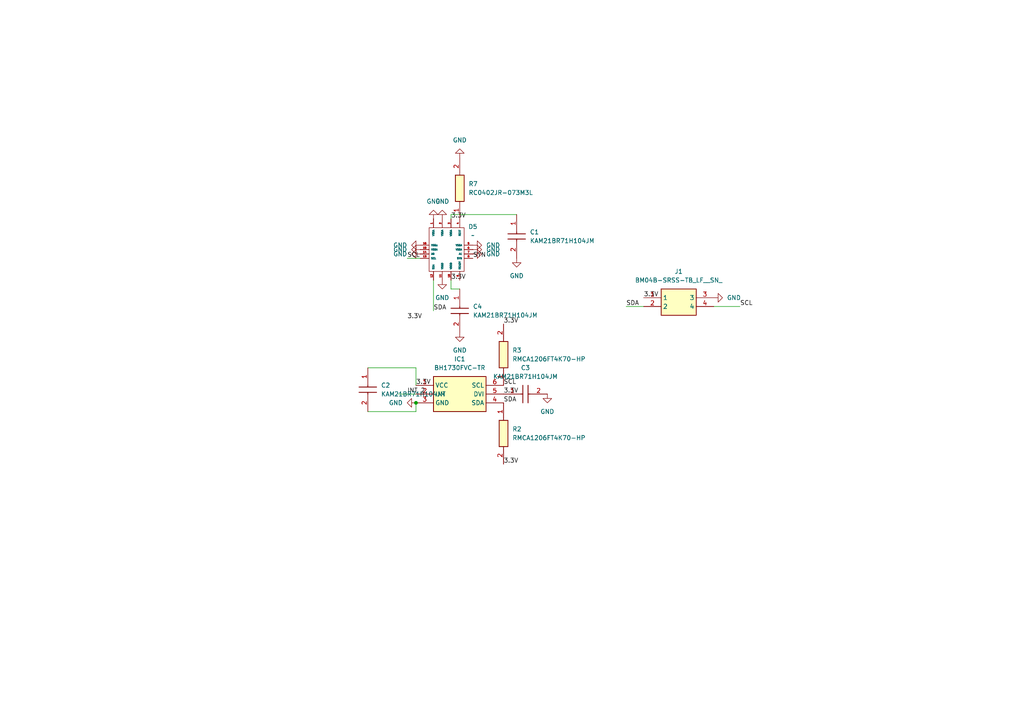
<source format=kicad_sch>
(kicad_sch (version 20250114) (generator "eeschema") (generator_version "9.0")
  (paper "A4")
  (lib_symbols
    (symbol "CUSTOM_SYMBOL:AS7331-AQFM"
      (property "Reference" "D" (at 0 0 0))
      (symbol "AS7331-AQFM_0_0"
        (pin unspecified line (at -7.62 -6.35 0) (length 2.54) (name "VSSa") (number "16"))
        (pin unspecified line (at -7.62 -7.62 0) (length 2.54) (name "VSSA") (number "15"))
        (pin unspecified line (at -7.62 -8.89 0) (length 2.54) (name "A0") (number "14"))
        (pin unspecified line (at -7.62 -10.16 0) (length 2.54) (name "SCL") (number "13"))
        (pin unspecified line (at -3.81 -16.51 90) (length 2.54) (name "SDA") (number "12"))
        (pin unspecified line (at -1.27 -16.51 90) (length 2.54) (name "VSSD") (number "11"))
        (pin unspecified line (at 1.27 -16.51 90) (length 2.54) (name "VDDD") (number "10"))
        (pin unspecified line (at 3.81 -16.51 90) (length 2.54) (name "READY") (number "9"))
        (pin unspecified line (at 7.62 -7.62 180) (length 2.54) (name "VSSA") (number "6"))
        (pin unspecified line (at 7.62 -8.89 180) (length 2.54) (name "A1") (number "7"))
        (pin unspecified line (at 7.62 -10.16 180) (length 2.54) (name "SYN") (number "8"))
      )
      (symbol "AS7331-AQFM_0_1"
        (rectangle (start -5.08 -1.27) (end 5.08 -13.97))
      )
      (symbol "AS7331-AQFM_1_0"
        (pin unspecified line (at -3.81 1.27 270) (length 2.54) (name "VSSA") (number "1"))
        (pin unspecified line (at -1.27 1.27 270) (length 2.54) (name "VSSA") (number "2"))
        (pin unspecified line (at 1.27 1.27 270) (length 2.54) (name "VDDA") (number "3"))
        (pin unspecified line (at 3.81 1.27 270) (length 2.54) (name "REXT") (number "4"))
        (pin unspecified line (at 7.62 -6.35 180) (length 2.54) (name "VSSA") (number "5"))
      )
    )
    (symbol "CUSTOM_SYMBOL:BH1730FVC-TR"
      (property "Reference" "IC" (at 21.59 7.62 0))
      (property "Value" "BH1730FVC-TR" (at 21.59 5.08 0))
      (symbol "BH1730FVC-TR_1_1"
        (rectangle (start 5.08 2.54) (end 20.32 -7.62) (stroke (width 0.254)) (fill (type background)))
        (pin passive line (at 0 0 0) (length 5.08) (name "VCC") (number "1"))
        (pin passive line (at 0 -2.54 0) (length 5.08) (name "INT") (number "2"))
        (pin passive line (at 0 -5.08 0) (length 5.08) (name "GND") (number "3"))
        (pin passive line (at 25.4 0 180) (length 5.08) (name "SCL") (number "6"))
        (pin passive line (at 25.4 -2.54 180) (length 5.08) (name "DVI") (number "5"))
        (pin passive line (at 25.4 -5.08 180) (length 5.08) (name "SDA") (number "4"))
      )
    )
    (symbol "CUSTOM_SYMBOL:BM04B-SRSS-TB_LF__SN_"
      (property "Reference" "J" (at 16.51 7.62 0))
      (property "Value" "BM04B-SRSS-TB_LF__SN_" (at 16.51 5.08 0))
      (symbol "BM04B-SRSS-TB_LF__SN__1_1"
        (rectangle (start 5.08 2.54) (end 15.24 -5.08) (stroke (width 0.254)) (fill (type background)))
        (pin passive line (at 0 0 0) (length 5.08) (name "1") (number "1"))
        (pin passive line (at 0 -2.54 0) (length 5.08) (name "2") (number "2"))
        (pin passive line (at 20.32 0 180) (length 5.08) (name "3") (number "3"))
        (pin passive line (at 20.32 -2.54 180) (length 5.08) (name "4") (number "4"))
      )
    )
    (symbol "CUSTOM_SYMBOL:KAM21BR71H104JM" (pin_names (hide yes))
      (property "Reference" "C" (at 8.89 6.35 0))
      (property "Value" "KAM21BR71H104JM" (at 8.89 3.81 0))
      (symbol "KAM21BR71H104JM_1_1"
        (polyline (pts (xy 5.08 0) (xy 5.588 0)) (stroke (width 0.254)))
        (polyline (pts (xy 5.588 2.54) (xy 5.588 -2.54)) (stroke (width 0.254)))
        (polyline (pts (xy 7.112 2.54) (xy 7.112 -2.54)) (stroke (width 0.254)))
        (polyline (pts (xy 7.112 0) (xy 7.62 0)) (stroke (width 0.254)))
        (pin passive line (at 0 0 0) (length 5.08) (name "1") (number "1"))
        (pin passive line (at 12.7 0 180) (length 5.08) (name "2") (number "2"))
      )
    )
    (symbol "CUSTOM_SYMBOL:RC0402JR-073M3L" (pin_names (hide yes))
      (property "Reference" "R" (at 13.97 6.35 0))
      (property "Value" "RC0402JR-073M3L" (at 13.97 3.81 0))
      (symbol "RC0402JR-073M3L_1_1"
        (rectangle (start 5.08 1.27) (end 12.7 -1.27) (stroke (width 0.254)) (fill (type background)))
        (pin passive line (at 0 0 0) (length 5.08) (name "1") (number "1"))
        (pin passive line (at 17.78 0 180) (length 5.08) (name "2") (number "2"))
      )
    )
    (symbol "CUSTOM_SYMBOL:RMCA1206FT4K70-HP" (pin_names (hide yes))
      (property "Reference" "R" (at 13.97 6.35 0))
      (property "Value" "RMCA1206FT4K70-HP" (at 13.97 3.81 0))
      (symbol "RMCA1206FT4K70-HP_1_1"
        (rectangle (start 5.08 1.27) (end 12.7 -1.27) (stroke (width 0.254)) (fill (type background)))
        (pin passive line (at 0 0 0) (length 5.08) (name "1") (number "1"))
        (pin passive line (at 17.78 0 180) (length 5.08) (name "2") (number "2"))
      )
    )
    (symbol "power:GND" (power) (pin_numbers (hide yes)) (pin_names (offset 0) (hide yes))
      (property "Value" "GND" (at 0 -3.81 0))
      (symbol "GND_0_1"
        (polyline (pts (xy 0 0) (xy 0 -1.27) (xy 1.27 -1.27) (xy 0 -2.54) (xy -1.27 -1.27) (xy 0 -1.27)))
      )
      (symbol "GND_1_1"
        (pin power_in line (at 0 0 270) (length 0) (name "~") (number "1"))
      )
    )
  )
  (junction (at 120.65 116.84))
  (wire (pts (xy 207.01 88.9) (xy 214.63 88.9)))
  (wire (pts (xy 130.81 83.82) (xy 130.81 81.28)))
  (wire (pts (xy 115.57 114.3) (xy 120.65 114.3)))
  (wire (pts (xy 125.73 81.28) (xy 125.73 90.17)))
  (wire (pts (xy 120.65 106.68) (xy 120.65 111.76)))
  (wire (pts (xy 106.68 119.38) (xy 120.65 119.38)))
  (wire (pts (xy 186.69 88.9) (xy 181.61 88.9)))
  (wire (pts (xy 106.68 106.68) (xy 120.65 106.68)))
  (wire (pts (xy 149.86 62.23) (xy 130.81 62.23)))
  (wire (pts (xy 120.65 119.38) (xy 120.65 116.84)))
  (wire (pts (xy 133.35 83.82) (xy 130.81 83.82)))
  (wire (pts (xy 118.11 74.93) (xy 121.92 74.93)))
  (wire (pts (xy 130.81 62.23) (xy 130.81 63.5)))
  (label "SCL" (at 146.05 111.76 0))
  (label "3.3V" (at 120.65 111.76 0))
  (label "3.3V" (at 146.05 93.98 0))
  (label "3.3V" (at 146.05 134.62 0))
  (label "3.3V" (at 186.69 86.36 0))
  (label "SCL" (at 214.63 88.9 0))
  (label "3.3V" (at 130.81 63.5 0))
  (label "3.3V" (at 118.11 92.71 0))
  (label "SYN" (at 137.16 74.93 0))
  (label "3.3V" (at 146.05 114.3 0))
  (label "SDA" (at 125.73 90.17 0))
  (label "INT 2" (at 118.11 114.3 0))
  (label "SDA" (at 146.05 116.84 0))
  (label "SCL" (at 118.11 74.93 0))
  (label "3.3V" (at 130.81 81.28 0))
  (label "SDA" (at 181.61 88.9 0))
  (symbol (lib_id "power:GND") (at 158.75 114.3 0) (unit 1)
    (property "Reference" "#PWR09" (effects (hide yes)))
    (property "Value" "GND" (at 158.75 119.38 0))
    (property "Description" "Power symbol creates a global label with name \"GND\" , ground" (effects (hide yes)))
  )
  (symbol (lib_id "CUSTOM_SYMBOL:RMCA1206FT4K70-HP") (at 146.05 116.84 270) (unit 1)
    (property "Reference" "R2" (at 148.59 124.4599 90) (effects (justify left)))
    (property "Value" "RMCA1206FT4K70-HP" (at 148.59 126.9999 90) (effects (justify left)))
    (property "Footprint" "CUSTOM_LIBRARY:RMCA1206FT4K70-HP" (effects (hide yes)))
    (property "Datasheet" "http://industrial.panasonic.com/cdbs/www-data/pdf/RDQ0000/ast-ind-151033.pdf" (effects (hide yes)))
    (property "Description" "3.3M ohm resistor SMD" (effects (hide yes)))
    (property "Height" "0.7" (effects (hide yes)))
    (property "Manufacturer_Name" "Panasonic" (effects (hide yes)))
    (property "Manufacturer_Part_Number" "ERJHP6J821V" (effects (hide yes)))
  )
  (symbol (lib_id "power:GND") (at 121.92 72.39 270) (unit 1)
    (property "Reference" "#PWR014" (effects (hide yes)))
    (property "Value" "GND" (at 118.11 72.3899 90) (effects (justify right)))
    (property "Description" "Power symbol creates a global label with name \"GND\" , ground" (effects (hide yes)))
  )
  (symbol (lib_id "power:GND") (at 137.16 73.66 90) (unit 1)
    (property "Reference" "#PWR010" (effects (hide yes)))
    (property "Value" "GND" (at 140.97 73.6599 90) (effects (justify right)))
    (property "Description" "Power symbol creates a global label with name \"GND\" , ground" (effects (hide yes)))
  )
  (symbol (lib_id "power:GND") (at 120.65 116.84 270) (unit 1)
    (property "Reference" "#PWR01" (effects (hide yes)))
    (property "Value" "GND" (at 116.84 116.8399 90) (effects (justify right)))
    (property "Description" "Power symbol creates a global label with name \"GND\" , ground" (effects (hide yes)))
  )
  (symbol (lib_id "power:GND") (at 149.86 74.93 0) (unit 1)
    (property "Reference" "#PWR06" (effects (hide yes)))
    (property "Value" "GND" (at 149.86 80.01 0))
    (property "Description" "Power symbol creates a global label with name \"GND\" , ground" (effects (hide yes)))
  )
  (symbol (lib_id "power:GND") (at 121.92 73.66 270) (unit 1)
    (property "Reference" "#PWR015" (effects (hide yes)))
    (property "Value" "GND" (at 118.11 73.6599 90) (effects (justify right)))
    (property "Description" "Power symbol creates a global label with name \"GND\" , ground" (effects (hide yes)))
  )
  (symbol (lib_id "CUSTOM_SYMBOL:BH1730FVC-TR") (at 120.65 111.76 0) (unit 1)
    (property "Reference" "IC1" (at 133.35 104.14 0))
    (property "Value" "BH1730FVC-TR" (at 133.35 106.68 0))
    (property "Footprint" "WSOF6" (effects (hide yes)))
    (property "Datasheet" "https://fscdn.rohm.com/en/products/databook/datasheet/ic/sensor/light/bh1730fvc-e.pdf" (effects (hide yes)))
    (property "Description" "Optical Sensor Ambient 600nm IC 6-SMD, Flat Lead Exposed Pad,	 -40C ~ 85C." (effects (hide yes)))
    (property "Mouser Part Number" "755-BH1730FVC-TR" (effects (hide yes)))
    (property "Mouser Price/Stock" "https://www.mouser.co.uk/ProductDetail/ROHM-Semiconductor/BH1730FVC-TR?qs=IsRgwgmxh694EktSNe0Rpg%3D%3D" (effects (hide yes)))
    (property "Manufacturer_Name" "ROHM Semiconductor" (effects (hide yes)))
    (property "Manufacturer_Part_Number" "BH1730FVC-TR" (effects (hide yes)))
  )
  (symbol (lib_id "CUSTOM_SYMBOL:RMCA1206FT4K70-HP") (at 146.05 111.76 90) (unit 1)
    (property "Reference" "R3" (at 148.59 101.5999 90) (effects (justify right)))
    (property "Value" "RMCA1206FT4K70-HP" (at 148.59 104.1399 90) (effects (justify right)))
    (property "Footprint" "CUSTOM_LIBRARY:RMCA1206FT4K70-HP" (effects (hide yes)))
    (property "Datasheet" "http://industrial.panasonic.com/cdbs/www-data/pdf/RDQ0000/ast-ind-151033.pdf" (effects (hide yes)))
    (property "Description" "3.3M ohm resistor SMD" (effects (hide yes)))
    (property "Height" "0.7" (effects (hide yes)))
    (property "Manufacturer_Name" "Panasonic" (effects (hide yes)))
    (property "Manufacturer_Part_Number" "ERJHP6J821V" (effects (hide yes)))
  )
  (symbol (lib_id "power:GND") (at 137.16 71.12 90) (unit 1)
    (property "Reference" "#PWR04" (effects (hide yes)))
    (property "Value" "GND" (at 140.97 71.1199 90) (effects (justify right)))
    (property "Description" "Power symbol creates a global label with name \"GND\" , ground" (effects (hide yes)))
  )
  (symbol (lib_id "power:GND") (at 121.92 71.12 270) (unit 1)
    (property "Reference" "#PWR013" (effects (hide yes)))
    (property "Value" "GND" (at 118.11 71.1199 90) (effects (justify right)))
    (property "Description" "Power symbol creates a global label with name \"GND\" , ground" (effects (hide yes)))
  )
  (symbol (lib_id "CUSTOM_SYMBOL:AS7331-AQFM") (at 129.54 64.77 0) (unit 1)
    (property "Reference" "D5" (at 137.16 65.7476 0))
    (property "Value" "~" (at 137.16 68.2876 0))
    (property "Footprint" "CUSTOM_LIBRARY:AS7331-AQFM" (effects (hide yes)))
  )
  (symbol (lib_id "power:GND") (at 133.35 45.72 180) (unit 1)
    (property "Reference" "#PWR018" (effects (hide yes)))
    (property "Value" "GND" (at 133.35 40.64 0))
    (property "Description" "Power symbol creates a global label with name \"GND\" , ground" (effects (hide yes)))
  )
  (symbol (lib_id "CUSTOM_SYMBOL:KAM21BR71H104JM") (at 146.05 114.3 0) (unit 1)
    (property "Reference" "C3" (at 152.4 106.68 0))
    (property "Value" "KAM21BR71H104JM" (at 152.4 109.22 0))
    (property "Footprint" "CAPC2012X94N" (effects (hide yes)))
    (property "Datasheet" "https://www.mouser.dk/ProductDetail/KYOCERA-AVX/KAM21BR71H104JM?qs=sGAEpiMZZMuMW9TJLBQkXqLYvz3DzaXfcS9olcxY6vM%3D" (effects (hide yes)))
    (property "Description" "Multilayer Ceramic Capacitors MLCC - SMD/SMT 50V 0.1uF X7R 0805 5% AEC-Q200" (effects (hide yes)))
    (property "Height" "0.94" (effects (hide yes)))
    (property "Mouser Part Number" "581-KAM21BR71H104JM" (effects (hide yes)))
    (property "Mouser Price/Stock" "https://www.mouser.co.uk/ProductDetail/KYOCERA-AVX/KAM21BR71H104JM?qs=Jm2GQyTW%2FbjKdz3nqUKYQg%3D%3D" (effects (hide yes)))
    (property "Manufacturer_Name" "Kyocera AVX" (effects (hide yes)))
    (property "Manufacturer_Part_Number" "KAM21BR71H104JM" (effects (hide yes)))
  )
  (symbol (lib_id "CUSTOM_SYMBOL:BM04B-SRSS-TB_LF__SN_") (at 186.69 86.36 0) (unit 1)
    (property "Reference" "J1" (at 196.85 78.74 0))
    (property "Value" "BM04B-SRSS-TB_LF__SN_" (at 196.85 81.28 0))
    (property "Footprint" "BM04B-SRSS-TB_LFSN_" (effects (hide yes)))
    (property "Datasheet" "http://www.jst.fr/core/file.get?path=doc/jst/family/pdf/eSH.pdf" (effects (hide yes)))
    (property "Description" "JST (JAPAN SOLDERLESS TERMINALS) - BM04B-SRSS-TB(LF)(SN) - HEADER, TOP ENTRY, 4WAY" (effects (hide yes)))
    (property "Manufacturer_Name" "JST (JAPAN SOLDERLESS TERMINALS)" (effects (hide yes)))
    (property "Manufacturer_Part_Number" "BM04B-SRSS-TB(LF)(SN)" (effects (hide yes)))
  )
  (symbol (lib_id "power:GND") (at 128.27 63.5 180) (unit 1)
    (property "Reference" "#PWR03" (effects (hide yes)))
    (property "Value" "GND" (at 128.27 58.42 0))
    (property "Description" "Power symbol creates a global label with name \"GND\" , ground" (effects (hide yes)))
  )
  (symbol (lib_id "power:GND") (at 128.27 81.28 0) (unit 1)
    (property "Reference" "#PWR02" (effects (hide yes)))
    (property "Value" "GND" (at 128.27 86.36 0))
    (property "Description" "Power symbol creates a global label with name \"GND\" , ground" (effects (hide yes)))
  )
  (symbol (lib_id "CUSTOM_SYMBOL:KAM21BR71H104JM") (at 149.86 62.23 270) (unit 1)
    (property "Reference" "C1" (at 153.67 67.3099 90) (effects (justify left)))
    (property "Value" "KAM21BR71H104JM" (at 153.67 69.8499 90) (effects (justify left)))
    (property "Footprint" "CAPC2012X94N" (effects (hide yes)))
    (property "Datasheet" "https://www.mouser.dk/ProductDetail/KYOCERA-AVX/KAM21BR71H104JM?qs=sGAEpiMZZMuMW9TJLBQkXqLYvz3DzaXfcS9olcxY6vM%3D" (effects (hide yes)))
    (property "Description" "Multilayer Ceramic Capacitors MLCC - SMD/SMT 50V 0.1uF X7R 0805 5% AEC-Q200" (effects (hide yes)))
    (property "Height" "0.94" (effects (hide yes)))
    (property "Mouser Part Number" "581-KAM21BR71H104JM" (effects (hide yes)))
    (property "Mouser Price/Stock" "https://www.mouser.co.uk/ProductDetail/KYOCERA-AVX/KAM21BR71H104JM?qs=Jm2GQyTW%2FbjKdz3nqUKYQg%3D%3D" (effects (hide yes)))
    (property "Manufacturer_Name" "Kyocera AVX" (effects (hide yes)))
    (property "Manufacturer_Part_Number" "KAM21BR71H104JM" (effects (hide yes)))
  )
  (symbol (lib_id "power:GND") (at 133.35 96.52 0) (unit 1)
    (property "Reference" "#PWR08" (effects (hide yes)))
    (property "Value" "GND" (at 133.35 101.6 0))
    (property "Description" "Power symbol creates a global label with name \"GND\" , ground" (effects (hide yes)))
  )
  (symbol (lib_id "CUSTOM_SYMBOL:KAM21BR71H104JM") (at 106.68 106.68 270) (unit 1)
    (property "Reference" "C2" (at 110.49 111.7599 90) (effects (justify left)))
    (property "Value" "KAM21BR71H104JM" (at 110.49 114.2999 90) (effects (justify left)))
    (property "Footprint" "CAPC2012X94N" (effects (hide yes)))
    (property "Datasheet" "https://www.mouser.dk/ProductDetail/KYOCERA-AVX/KAM21BR71H104JM?qs=sGAEpiMZZMuMW9TJLBQkXqLYvz3DzaXfcS9olcxY6vM%3D" (effects (hide yes)))
    (property "Description" "Multilayer Ceramic Capacitors MLCC - SMD/SMT 50V 0.1uF X7R 0805 5% AEC-Q200" (effects (hide yes)))
    (property "Height" "0.94" (effects (hide yes)))
    (property "Mouser Part Number" "581-KAM21BR71H104JM" (effects (hide yes)))
    (property "Mouser Price/Stock" "https://www.mouser.co.uk/ProductDetail/KYOCERA-AVX/KAM21BR71H104JM?qs=Jm2GQyTW%2FbjKdz3nqUKYQg%3D%3D" (effects (hide yes)))
    (property "Manufacturer_Name" "Kyocera AVX" (effects (hide yes)))
    (property "Manufacturer_Part_Number" "KAM21BR71H104JM" (effects (hide yes)))
  )
  (symbol (lib_id "power:GND") (at 137.16 72.39 90) (unit 1)
    (property "Reference" "#PWR05" (effects (hide yes)))
    (property "Value" "GND" (at 140.97 72.3899 90) (effects (justify right)))
    (property "Description" "Power symbol creates a global label with name \"GND\" , ground" (effects (hide yes)))
  )
  (symbol (lib_id "CUSTOM_SYMBOL:KAM21BR71H104JM") (at 133.35 83.82 270) (unit 1)
    (property "Reference" "C4" (at 137.16 88.8999 90) (effects (justify left)))
    (property "Value" "KAM21BR71H104JM" (at 137.16 91.4399 90) (effects (justify left)))
    (property "Footprint" "CAPC2012X94N" (effects (hide yes)))
    (property "Datasheet" "https://www.mouser.dk/ProductDetail/KYOCERA-AVX/KAM21BR71H104JM?qs=sGAEpiMZZMuMW9TJLBQkXqLYvz3DzaXfcS9olcxY6vM%3D" (effects (hide yes)))
    (property "Description" "Multilayer Ceramic Capacitors MLCC - SMD/SMT 50V 0.1uF X7R 0805 5% AEC-Q200" (effects (hide yes)))
    (property "Height" "0.94" (effects (hide yes)))
    (property "Mouser Part Number" "581-KAM21BR71H104JM" (effects (hide yes)))
    (property "Mouser Price/Stock" "https://www.mouser.co.uk/ProductDetail/KYOCERA-AVX/KAM21BR71H104JM?qs=Jm2GQyTW%2FbjKdz3nqUKYQg%3D%3D" (effects (hide yes)))
    (property "Manufacturer_Name" "Kyocera AVX" (effects (hide yes)))
    (property "Manufacturer_Part_Number" "KAM21BR71H104JM" (effects (hide yes)))
  )
  (symbol (lib_id "CUSTOM_SYMBOL:RC0402JR-073M3L") (at 133.35 63.5 90) (unit 1)
    (property "Reference" "R7" (at 135.89 53.3399 90) (effects (justify right)))
    (property "Value" "RC0402JR-073M3L" (at 135.89 55.8799 90) (effects (justify right)))
    (property "Footprint" "ERJHP6D1000V" (effects (hide yes)))
    (property "Datasheet" "http://industrial.panasonic.com/cdbs/www-data/pdf/RDQ0000/ast-ind-151033.pdf" (effects (hide yes)))
    (property "Description" "3.3M ohm resistor SMD" (effects (hide yes)))
    (property "Height" "0.7" (effects (hide yes)))
    (property "Manufacturer_Name" "Panasonic" (effects (hide yes)))
    (property "Manufacturer_Part_Number" "ERJHP6J821V" (effects (hide yes)))
  )
  (symbol (lib_id "power:GND") (at 125.73 63.5 180) (unit 1)
    (property "Reference" "#PWR016" (effects (hide yes)))
    (property "Value" "GND" (at 125.73 58.42 0))
    (property "Description" "Power symbol creates a global label with name \"GND\" , ground" (effects (hide yes)))
  )
  (symbol (lib_id "power:GND") (at 207.01 86.36 90) (unit 1)
    (property "Reference" "#PWR07" (effects (hide yes)))
    (property "Value" "GND" (at 210.82 86.3599 90) (effects (justify right)))
    (property "Description" "Power symbol creates a global label with name \"GND\" , ground" (effects (hide yes)))
  )
)
</source>
